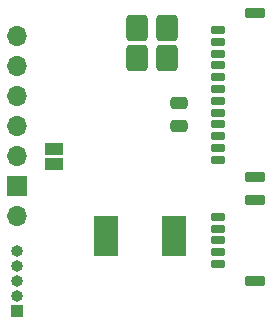
<source format=gbr>
%TF.GenerationSoftware,KiCad,Pcbnew,(7.0.0-0)*%
%TF.CreationDate,2023-03-02T20:45:30+01:00*%
%TF.ProjectId,OpenKNXiaO-Mini,4f70656e-4b4e-4586-9961-4f2d4d696e69,1.3*%
%TF.SameCoordinates,Original*%
%TF.FileFunction,Soldermask,Top*%
%TF.FilePolarity,Negative*%
%FSLAX46Y46*%
G04 Gerber Fmt 4.6, Leading zero omitted, Abs format (unit mm)*
G04 Created by KiCad (PCBNEW (7.0.0-0)) date 2023-03-02 20:45:30*
%MOMM*%
%LPD*%
G01*
G04 APERTURE LIST*
G04 Aperture macros list*
%AMRoundRect*
0 Rectangle with rounded corners*
0 $1 Rounding radius*
0 $2 $3 $4 $5 $6 $7 $8 $9 X,Y pos of 4 corners*
0 Add a 4 corners polygon primitive as box body*
4,1,4,$2,$3,$4,$5,$6,$7,$8,$9,$2,$3,0*
0 Add four circle primitives for the rounded corners*
1,1,$1+$1,$2,$3*
1,1,$1+$1,$4,$5*
1,1,$1+$1,$6,$7*
1,1,$1+$1,$8,$9*
0 Add four rect primitives between the rounded corners*
20,1,$1+$1,$2,$3,$4,$5,0*
20,1,$1+$1,$4,$5,$6,$7,0*
20,1,$1+$1,$6,$7,$8,$9,0*
20,1,$1+$1,$8,$9,$2,$3,0*%
G04 Aperture macros list end*
%ADD10RoundRect,0.150000X0.475000X-0.150000X0.475000X0.150000X-0.475000X0.150000X-0.475000X-0.150000X0*%
%ADD11RoundRect,0.225000X0.625000X-0.225000X0.625000X0.225000X-0.625000X0.225000X-0.625000X-0.225000X0*%
%ADD12R,1.500000X1.000000*%
%ADD13R,2.000000X3.500000*%
%ADD14RoundRect,0.250000X-0.475000X0.250000X-0.475000X-0.250000X0.475000X-0.250000X0.475000X0.250000X0*%
%ADD15R,1.000000X1.000000*%
%ADD16O,1.000000X1.000000*%
%ADD17O,1.700000X1.700000*%
%ADD18R,1.700000X1.700000*%
%ADD19RoundRect,0.270000X-0.630000X-0.830000X0.630000X-0.830000X0.630000X0.830000X-0.630000X0.830000X0*%
G04 APERTURE END LIST*
D10*
%TO.C,J5*%
X130185000Y-121340000D03*
X130185000Y-120340000D03*
X130185000Y-119340000D03*
X130185000Y-118340000D03*
X130185000Y-117340000D03*
D11*
X133310000Y-122790000D03*
X133310000Y-115890000D03*
%TD*%
D10*
%TO.C,J7*%
X130185000Y-112525000D03*
X130185000Y-111525000D03*
X130185000Y-110525000D03*
X130185000Y-109525000D03*
X130185000Y-108525000D03*
X130185000Y-107525000D03*
X130185000Y-106525000D03*
X130185000Y-105525000D03*
X130185000Y-104525000D03*
X130185000Y-103525000D03*
X130185000Y-102525000D03*
X130185000Y-101525000D03*
D11*
X133310000Y-113975000D03*
X133310000Y-100075000D03*
%TD*%
D12*
%TO.C,JP4*%
X116349999Y-112869999D03*
X116349999Y-111569999D03*
%TD*%
D13*
%TO.C,J1*%
X120734999Y-118981199D03*
X126474999Y-118963699D03*
%TD*%
D14*
%TO.C,C7*%
X126860000Y-107720000D03*
X126860000Y-109620000D03*
%TD*%
D15*
%TO.C,J6*%
X113139999Y-125349999D03*
D16*
X113139999Y-124079999D03*
X113139999Y-122809999D03*
X113139999Y-121539999D03*
X113139999Y-120269999D03*
%TD*%
D17*
%TO.C,GN1*%
X113139999Y-117309999D03*
D18*
X113139999Y-114769999D03*
D17*
X113139999Y-112229999D03*
X113139999Y-109689999D03*
X113139999Y-107149999D03*
X113139999Y-104609999D03*
X113139999Y-102069999D03*
%TD*%
D19*
%TO.C,U1*%
X125880014Y-101390000D03*
X123340014Y-101390000D03*
X125880014Y-103930000D03*
X123340014Y-103904954D03*
%TD*%
M02*

</source>
